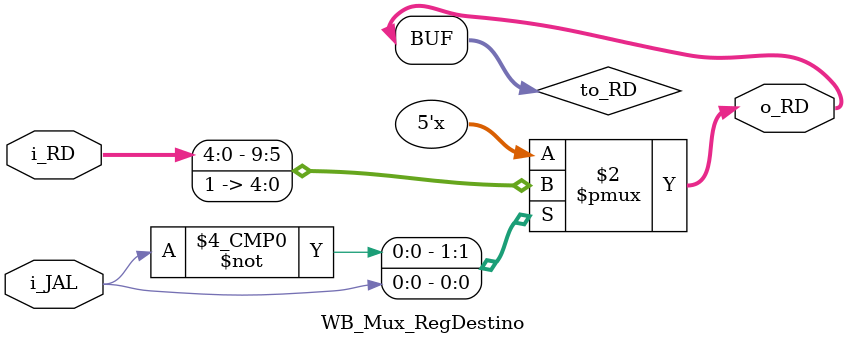
<source format=v>
`timescale 1ns / 1ps

module WB_Mux_RegDestino
    #(
        parameter REGS        = 5
    )
    (
        input   wire     [REGS-1       :0]    i_RD,
        input   wire                          i_JAL,
        output  wire     [REGS-1       :0]    o_RD                 
    );

    reg [REGS-1  :0]   to_RD;


    always @(*)
    begin
        case(i_JAL)
            1'b0:   to_RD  <=  i_RD;   
            1'b1:   to_RD  <=  5'b11111; //En JAL se debe guardar el PC+8 en el registro 31
        endcase
    end

    assign  o_RD   =   to_RD;

endmodule
</source>
